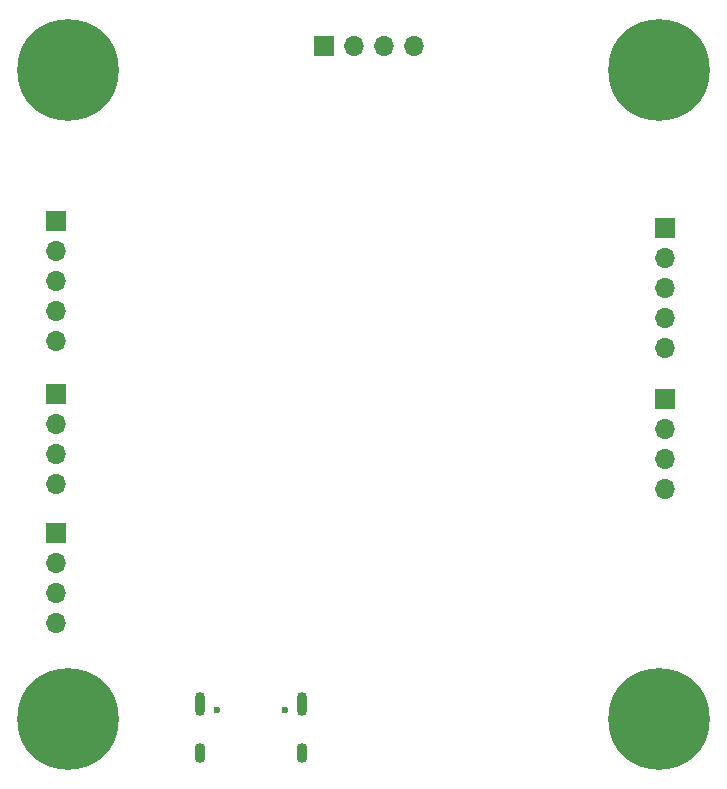
<source format=gbr>
%TF.GenerationSoftware,KiCad,Pcbnew,8.0.6*%
%TF.CreationDate,2024-12-12T23:36:56-08:00*%
%TF.ProjectId,KiCAD_MCPtest,4b694341-445f-44d4-9350-746573742e6b,rev?*%
%TF.SameCoordinates,Original*%
%TF.FileFunction,Soldermask,Bot*%
%TF.FilePolarity,Negative*%
%FSLAX46Y46*%
G04 Gerber Fmt 4.6, Leading zero omitted, Abs format (unit mm)*
G04 Created by KiCad (PCBNEW 8.0.6) date 2024-12-12 23:36:56*
%MOMM*%
%LPD*%
G01*
G04 APERTURE LIST*
%ADD10C,0.900000*%
%ADD11C,8.600000*%
%ADD12O,0.900000X1.700000*%
%ADD13O,0.900000X2.000000*%
%ADD14C,0.600000*%
%ADD15R,1.700000X1.700000*%
%ADD16O,1.700000X1.700000*%
G04 APERTURE END LIST*
D10*
%TO.C,H4*%
X101775000Y-103000000D03*
X102719581Y-100719581D03*
X102719581Y-105280419D03*
X105000000Y-99775000D03*
D11*
X105000000Y-103000000D03*
D10*
X105000000Y-106225000D03*
X107280419Y-100719581D03*
X107280419Y-105280419D03*
X108225000Y-103000000D03*
%TD*%
%TO.C,H3*%
X151775000Y-103000000D03*
X152719581Y-100719581D03*
X152719581Y-105280419D03*
X155000000Y-99775000D03*
D11*
X155000000Y-103000000D03*
D10*
X155000000Y-106225000D03*
X157280419Y-100719581D03*
X157280419Y-105280419D03*
X158225000Y-103000000D03*
%TD*%
%TO.C,H2*%
X158225000Y-48000000D03*
X157280419Y-50280419D03*
X157280419Y-45719581D03*
X155000000Y-51225000D03*
D11*
X155000000Y-48000000D03*
D10*
X155000000Y-44775000D03*
X152719581Y-50280419D03*
X152719581Y-45719581D03*
X151775000Y-48000000D03*
%TD*%
%TO.C,H1*%
X101775000Y-48000000D03*
X102719581Y-45719581D03*
X102719581Y-50280419D03*
X105000000Y-44775000D03*
D11*
X105000000Y-48000000D03*
D10*
X105000000Y-51225000D03*
X107280419Y-45719581D03*
X107280419Y-50280419D03*
X108225000Y-48000000D03*
%TD*%
D12*
%TO.C,P1*%
X124820000Y-105865000D03*
D13*
X124820000Y-101695000D03*
D12*
X116180000Y-105865000D03*
D13*
X116180000Y-101695000D03*
D14*
X123390000Y-102175000D03*
X117610000Y-102175000D03*
%TD*%
D15*
%TO.C,J1*%
X126700000Y-46000000D03*
D16*
X129240000Y-46000000D03*
X131780000Y-46000000D03*
X134320000Y-46000000D03*
%TD*%
D15*
%TO.C,J3*%
X104000000Y-60840000D03*
D16*
X104000000Y-63380000D03*
X104000000Y-65920000D03*
X104000000Y-68460000D03*
X104000000Y-71000000D03*
%TD*%
%TO.C,J5*%
X155500000Y-71580000D03*
X155500000Y-69040000D03*
X155500000Y-66500000D03*
X155500000Y-63960000D03*
D15*
X155500000Y-61420000D03*
%TD*%
%TO.C,J6*%
X155500000Y-75880000D03*
D16*
X155500000Y-78420000D03*
X155500000Y-80960000D03*
X155500000Y-83500000D03*
%TD*%
D15*
%TO.C,J4*%
X104000000Y-75460000D03*
D16*
X104000000Y-78000000D03*
X104000000Y-80540000D03*
X104000000Y-83080000D03*
%TD*%
D15*
%TO.C,J2*%
X104000000Y-87200000D03*
D16*
X104000000Y-89740000D03*
X104000000Y-92280000D03*
X104000000Y-94820000D03*
%TD*%
M02*

</source>
